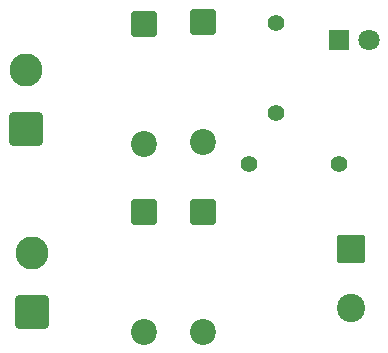
<source format=gbr>
%TF.GenerationSoftware,KiCad,Pcbnew,9.0.7*%
%TF.CreationDate,2026-02-22T20:56:26+05:30*%
%TF.ProjectId,555_timer,3535355f-7469-46d6-9572-2e6b69636164,rev?*%
%TF.SameCoordinates,Original*%
%TF.FileFunction,Soldermask,Top*%
%TF.FilePolarity,Negative*%
%FSLAX46Y46*%
G04 Gerber Fmt 4.6, Leading zero omitted, Abs format (unit mm)*
G04 Created by KiCad (PCBNEW 9.0.7) date 2026-02-22 20:56:26*
%MOMM*%
%LPD*%
G01*
G04 APERTURE LIST*
G04 Aperture macros list*
%AMRoundRect*
0 Rectangle with rounded corners*
0 $1 Rounding radius*
0 $2 $3 $4 $5 $6 $7 $8 $9 X,Y pos of 4 corners*
0 Add a 4 corners polygon primitive as box body*
4,1,4,$2,$3,$4,$5,$6,$7,$8,$9,$2,$3,0*
0 Add four circle primitives for the rounded corners*
1,1,$1+$1,$2,$3*
1,1,$1+$1,$4,$5*
1,1,$1+$1,$6,$7*
1,1,$1+$1,$8,$9*
0 Add four rect primitives between the rounded corners*
20,1,$1+$1,$2,$3,$4,$5,0*
20,1,$1+$1,$4,$5,$6,$7,0*
20,1,$1+$1,$6,$7,$8,$9,0*
20,1,$1+$1,$8,$9,$2,$3,0*%
G04 Aperture macros list end*
%ADD10RoundRect,0.249999X-0.850001X0.850001X-0.850001X-0.850001X0.850001X-0.850001X0.850001X0.850001X0*%
%ADD11C,2.200000*%
%ADD12R,1.800000X1.800000*%
%ADD13C,1.800000*%
%ADD14RoundRect,0.250001X1.149999X-1.149999X1.149999X1.149999X-1.149999X1.149999X-1.149999X-1.149999X0*%
%ADD15C,2.800000*%
%ADD16C,1.400000*%
%ADD17RoundRect,0.250001X-0.949999X0.949999X-0.949999X-0.949999X0.949999X-0.949999X0.949999X0.949999X0*%
%ADD18C,2.400000*%
G04 APERTURE END LIST*
D10*
%TO.C,D3*%
X141500000Y-79420000D03*
D11*
X141500000Y-89580000D03*
%TD*%
D12*
%TO.C,D5*%
X153000000Y-81000000D03*
D13*
X155540000Y-81000000D03*
%TD*%
D10*
%TO.C,D1*%
X136500000Y-79580000D03*
D11*
X136500000Y-89740000D03*
%TD*%
D10*
%TO.C,D4*%
X141500000Y-95500000D03*
D11*
X141500000Y-105660000D03*
%TD*%
D10*
%TO.C,D2*%
X136500000Y-95500000D03*
D11*
X136500000Y-105660000D03*
%TD*%
D14*
%TO.C,J2*%
X127000000Y-104000000D03*
D15*
X127000000Y-99000000D03*
%TD*%
D16*
%TO.C,R1*%
X147690000Y-79500000D03*
X147690000Y-87120000D03*
%TD*%
D14*
%TO.C,J1*%
X126500000Y-88500000D03*
D15*
X126500000Y-83500000D03*
%TD*%
D17*
%TO.C,C1*%
X154000000Y-98684785D03*
D18*
X154000000Y-103684785D03*
%TD*%
D16*
%TO.C,R2*%
X145380000Y-91500000D03*
X153000000Y-91500000D03*
%TD*%
M02*

</source>
